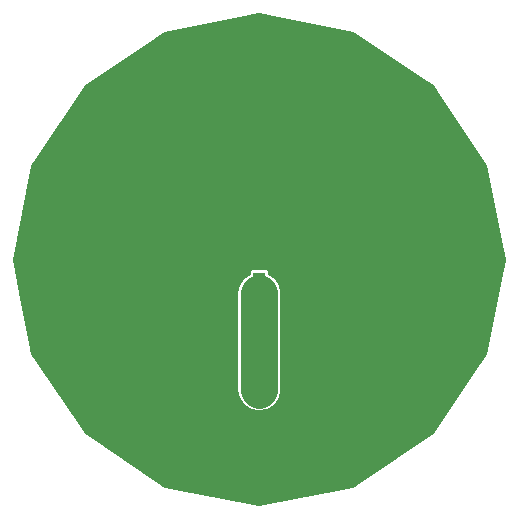
<source format=gtl>
G04 #@! TF.FileFunction,Copper,L1,Top,Signal*
%FSLAX46Y46*%
G04 Gerber Fmt 4.6, Leading zero omitted, Abs format (unit mm)*
G04 Created by KiCad (PCBNEW 4.0.7) date 07/17/18 21:03:51*
%MOMM*%
%LPD*%
G01*
G04 APERTURE LIST*
%ADD10C,0.100000*%
%ADD11C,2.600000*%
%ADD12R,1.050000X2.200000*%
%ADD13R,1.000000X1.000000*%
%ADD14C,0.600000*%
%ADD15C,0.250000*%
%ADD16C,3.110000*%
%ADD17C,0.200000*%
G04 APERTURE END LIST*
D10*
D11*
X100000000Y-111000000D03*
D12*
X101475000Y-100000000D03*
X98525000Y-100000000D03*
D13*
X100000000Y-101600000D03*
D14*
X107000000Y-94000000D03*
X105000000Y-94000000D03*
X103000000Y-94000000D03*
X101000000Y-94000000D03*
X99000000Y-94000000D03*
X97000000Y-94000000D03*
X95000000Y-94000000D03*
X93000000Y-94000000D03*
X107000000Y-96000000D03*
X105000000Y-96000000D03*
X103000000Y-96000000D03*
X101000000Y-96000000D03*
X99000000Y-96000000D03*
X97000000Y-96000000D03*
X95000000Y-96000000D03*
X93000000Y-96000000D03*
X107000000Y-116000000D03*
X105000000Y-116000000D03*
X103000000Y-116000000D03*
X101000000Y-116000000D03*
X99000000Y-116000000D03*
X97000000Y-116000000D03*
X95000000Y-116000000D03*
X93000000Y-116000000D03*
X107000000Y-114000000D03*
X105000000Y-114000000D03*
X103000000Y-114000000D03*
X101000000Y-114000000D03*
X99000000Y-114000000D03*
X97000000Y-114000000D03*
X95000000Y-114000000D03*
X93000000Y-114000000D03*
X107000000Y-112000000D03*
X105000000Y-112000000D03*
X103000000Y-112000000D03*
X97000000Y-112000000D03*
X95000000Y-112000000D03*
X93000000Y-112000000D03*
X107000000Y-110000000D03*
X105000000Y-110000000D03*
X103000000Y-110000000D03*
X97000000Y-110000000D03*
X95000000Y-110000000D03*
X93000000Y-110000000D03*
X107000000Y-108000000D03*
X105000000Y-108000000D03*
X103000000Y-108000000D03*
X97000000Y-108000000D03*
X95000000Y-108000000D03*
X93000000Y-108000000D03*
X107000000Y-106000000D03*
X105000000Y-106000000D03*
X103000000Y-106000000D03*
X93000000Y-106000000D03*
X95000000Y-106000000D03*
X97000000Y-106000000D03*
X107000000Y-104000000D03*
X105000000Y-104000000D03*
X103000000Y-104000000D03*
X93000000Y-104000000D03*
X95000000Y-104000000D03*
X97000000Y-104000000D03*
X93000000Y-102000000D03*
X95000000Y-102000000D03*
X97000000Y-102000000D03*
X93000000Y-100010000D03*
X93000000Y-98000000D03*
X95000000Y-98000000D03*
X97000000Y-98000000D03*
X99000000Y-98000000D03*
X101000000Y-98000000D03*
X107000000Y-98000000D03*
X105000000Y-98000000D03*
X103000000Y-98000000D03*
X103000000Y-102000000D03*
X105000000Y-102000000D03*
X107000000Y-102000000D03*
X107000000Y-100000000D03*
X105000000Y-100000000D03*
X95000000Y-100000000D03*
X97000000Y-100000000D03*
X103000000Y-100000000D03*
D15*
X100000000Y-101600000D02*
X100000000Y-102855001D01*
D16*
X100000000Y-111000000D02*
X100000000Y-109161523D01*
X100000000Y-109161523D02*
X100000000Y-102855001D01*
D15*
X100000000Y-111430000D02*
X100330000Y-111760000D01*
X105000000Y-112000000D02*
X105000000Y-116000000D01*
X103000000Y-112000000D02*
X103000000Y-116000000D01*
X95000000Y-112000000D02*
X95000000Y-116000000D01*
X97000000Y-112000000D02*
X97000000Y-116000000D01*
X107000000Y-112000000D02*
X107000000Y-116000000D01*
X107000000Y-96000000D02*
X107000000Y-98000000D01*
X105000000Y-96000000D02*
X105000000Y-98000000D01*
X103000000Y-96000000D02*
X103000000Y-98000000D01*
X101000000Y-98000000D02*
X101000000Y-96000000D01*
X99000000Y-96000000D02*
X99000000Y-98000000D01*
X97000000Y-98000000D02*
X97000000Y-96000000D01*
X95000000Y-96000000D02*
X95000000Y-98000000D01*
X95000000Y-94000000D02*
X95000000Y-96000000D01*
X97000000Y-96000000D02*
X97000000Y-94000000D01*
X99000000Y-94000000D02*
X99000000Y-96000000D01*
X101000000Y-96000000D02*
X101000000Y-94000000D01*
X103000000Y-94000000D02*
X103000000Y-96000000D01*
X105000000Y-96000000D02*
X105000000Y-94000000D01*
X107000000Y-94000000D02*
X107000000Y-96000000D01*
X105000000Y-93980000D02*
X106970000Y-93980000D01*
X106970000Y-93980000D02*
X107040000Y-94050000D01*
X102990000Y-93990000D02*
X103000000Y-93980000D01*
X103000000Y-93980000D02*
X105000000Y-93980000D01*
X101000000Y-94000000D02*
X102980000Y-94000000D01*
X102980000Y-94000000D02*
X102990000Y-93990000D01*
X99000000Y-94000000D02*
X101100000Y-94000000D01*
X97000000Y-94000000D02*
X98970000Y-94000000D01*
X98970000Y-94000000D02*
X99000000Y-93970000D01*
X95000000Y-94000000D02*
X97000000Y-94000000D01*
X97000000Y-94000000D02*
X97010000Y-94010000D01*
X93000000Y-94000000D02*
X95020000Y-94000000D01*
X95020000Y-94000000D02*
X95030000Y-94010000D01*
X93000000Y-96000000D02*
X93000000Y-93940000D01*
X104990000Y-95990000D02*
X107000000Y-95990000D01*
X107000000Y-95990000D02*
X107020000Y-95970000D01*
X103030000Y-95990000D02*
X104990000Y-95990000D01*
X101100000Y-95980000D02*
X103020000Y-95980000D01*
X103020000Y-95980000D02*
X103030000Y-95990000D01*
X98980000Y-95980000D02*
X101100000Y-95980000D01*
X97000000Y-96000000D02*
X98960000Y-96000000D01*
X98960000Y-96000000D02*
X98980000Y-95980000D01*
X95040000Y-95980000D02*
X95060000Y-96000000D01*
X95060000Y-96000000D02*
X97030000Y-96000000D01*
X93000000Y-96000000D02*
X95020000Y-96000000D01*
X95020000Y-96000000D02*
X95040000Y-95980000D01*
X93000000Y-96000000D02*
X93000000Y-98000000D01*
X93000000Y-98000000D02*
X93000000Y-96410000D01*
X97000000Y-98000000D02*
X97000000Y-100000000D01*
X95000000Y-100000000D02*
X95000000Y-98000000D01*
X93000000Y-98000000D02*
X93000000Y-100010000D01*
X104970000Y-116060000D02*
X107020000Y-116060000D01*
X102990000Y-116100000D02*
X104930000Y-116100000D01*
X104930000Y-116100000D02*
X104970000Y-116060000D01*
X101000000Y-116100000D02*
X102990000Y-116100000D01*
X99020000Y-116060000D02*
X100960000Y-116060000D01*
X100960000Y-116060000D02*
X101000000Y-116100000D01*
X97010000Y-116100000D02*
X97050000Y-116060000D01*
X97050000Y-116060000D02*
X99020000Y-116060000D01*
X94990000Y-116080000D02*
X96990000Y-116080000D01*
X96990000Y-116080000D02*
X97010000Y-116100000D01*
X92970000Y-116100000D02*
X92990000Y-116080000D01*
X92990000Y-116080000D02*
X94990000Y-116080000D01*
X93000000Y-114000000D02*
X93000000Y-116070000D01*
X93000000Y-116070000D02*
X92970000Y-116100000D01*
X105010000Y-113960000D02*
X105070000Y-113900000D01*
X105070000Y-113900000D02*
X106960000Y-113900000D01*
X102970000Y-113980000D02*
X104990000Y-113980000D01*
X104990000Y-113980000D02*
X105010000Y-113960000D01*
X100950000Y-113980000D02*
X102970000Y-113980000D01*
X98980000Y-114030000D02*
X100900000Y-114030000D01*
X100900000Y-114030000D02*
X100950000Y-113980000D01*
X96990000Y-114020000D02*
X97000000Y-114030000D01*
X97000000Y-114030000D02*
X98980000Y-114030000D01*
X94970000Y-114030000D02*
X96980000Y-114030000D01*
X96980000Y-114030000D02*
X96990000Y-114020000D01*
X92990000Y-114000000D02*
X93020000Y-114030000D01*
X93020000Y-114030000D02*
X94970000Y-114030000D01*
X93000000Y-112000000D02*
X93000000Y-113990000D01*
X93000000Y-113990000D02*
X92990000Y-114000000D01*
X107000000Y-110000000D02*
X107000000Y-111980000D01*
X107000000Y-111980000D02*
X106980000Y-112000000D01*
X105000000Y-110000000D02*
X105000000Y-112000000D01*
X103000000Y-110000000D02*
X103000000Y-111980000D01*
X103000000Y-111980000D02*
X102980000Y-112000000D01*
X97000000Y-110000000D02*
X97000000Y-112130000D01*
X97000000Y-112130000D02*
X96990000Y-112140000D01*
X95000000Y-110000000D02*
X95000000Y-112140000D01*
X95000000Y-112140000D02*
X94950000Y-112190000D01*
X93000000Y-110000000D02*
X93000000Y-112200000D01*
X93000000Y-112200000D02*
X93010000Y-112210000D01*
X107000000Y-108000000D02*
X107000000Y-109890000D01*
X107000000Y-109890000D02*
X106980000Y-109910000D01*
X105000000Y-108000000D02*
X105000000Y-109890000D01*
X103000000Y-108000000D02*
X103000000Y-109980000D01*
X103000000Y-109980000D02*
X102990000Y-109990000D01*
X97000000Y-108000000D02*
X97000000Y-110080000D01*
X97000000Y-110080000D02*
X97040000Y-110120000D01*
X95000000Y-108000000D02*
X95000000Y-110090000D01*
X95000000Y-110090000D02*
X95030000Y-110120000D01*
X93000000Y-108000000D02*
X93000000Y-110150000D01*
X107000000Y-106000000D02*
X107000000Y-107720000D01*
X107000000Y-107720000D02*
X107010000Y-107730000D01*
X105000000Y-106000000D02*
X105000000Y-107870000D01*
X105000000Y-107870000D02*
X104980000Y-107890000D01*
X103000000Y-106000000D02*
X103000000Y-107850000D01*
X97000000Y-106000000D02*
X97000000Y-107960000D01*
X95000000Y-106000000D02*
X95000000Y-107890000D01*
X95000000Y-107890000D02*
X94980000Y-107910000D01*
X93000000Y-106000000D02*
X93000000Y-107930000D01*
X93000000Y-107930000D02*
X92990000Y-107940000D01*
X107000000Y-104000000D02*
X107000000Y-105780000D01*
X107000000Y-105780000D02*
X106970000Y-105810000D01*
X105000000Y-104000000D02*
X105000000Y-105830000D01*
X105000000Y-105830000D02*
X105020000Y-105850000D01*
X103000000Y-104000000D02*
X103000000Y-105850000D01*
X103000000Y-105850000D02*
X103020000Y-105870000D01*
X93000000Y-104000000D02*
X93000000Y-106050000D01*
X93000000Y-106050000D02*
X92990000Y-106060000D01*
X95000000Y-104000000D02*
X95000000Y-105990000D01*
X95000000Y-105990000D02*
X94960000Y-106030000D01*
X97000000Y-104000000D02*
X97000000Y-106090000D01*
X97000000Y-106090000D02*
X96960000Y-106130000D01*
X107000000Y-102000000D02*
X107000000Y-103890000D01*
X107000000Y-103890000D02*
X107040000Y-103930000D01*
X105000000Y-102000000D02*
X105000000Y-103850000D01*
X105000000Y-103850000D02*
X104970000Y-103880000D01*
X103000000Y-102000000D02*
X103000000Y-103880000D01*
X93000000Y-102000000D02*
X93000000Y-104050000D01*
X93000000Y-104050000D02*
X93070000Y-104120000D01*
X95000000Y-102000000D02*
X95000000Y-104100000D01*
X95000000Y-104100000D02*
X94970000Y-104130000D01*
X97000000Y-102000000D02*
X97000000Y-104140000D01*
X97000000Y-104140000D02*
X96980000Y-104160000D01*
X93000000Y-100010000D02*
X93000000Y-102010000D01*
X93000000Y-102010000D02*
X93040000Y-102050000D01*
X95000000Y-100000000D02*
X95000000Y-102040000D01*
X97000000Y-100000000D02*
X97000000Y-102100000D01*
X97000000Y-102100000D02*
X96980000Y-102120000D01*
X95000000Y-100000000D02*
X92990000Y-100000000D01*
X92990000Y-100000000D02*
X92980000Y-100010000D01*
X93000000Y-98000000D02*
X107000000Y-98000000D01*
X94880000Y-97910000D02*
X92940000Y-97910000D01*
X92940000Y-97910000D02*
X92920000Y-97890000D01*
X97020000Y-97860000D02*
X96970000Y-97910000D01*
X96970000Y-97910000D02*
X94880000Y-97910000D01*
X99030000Y-97920000D02*
X97080000Y-97920000D01*
X97080000Y-97920000D02*
X97020000Y-97860000D01*
X101130000Y-97950000D02*
X101100000Y-97920000D01*
X101100000Y-97920000D02*
X99030000Y-97920000D01*
X103000000Y-98000000D02*
X101180000Y-98000000D01*
X101180000Y-98000000D02*
X101130000Y-97950000D01*
X107000000Y-100000000D02*
X107000000Y-98120000D01*
X107000000Y-98120000D02*
X107020000Y-98100000D01*
X105000000Y-100000000D02*
X105000000Y-98010000D01*
X105000000Y-98010000D02*
X105010000Y-98000000D01*
X103000000Y-100000000D02*
X103000000Y-98030000D01*
X103000000Y-100000000D02*
X103000000Y-101980000D01*
X105000000Y-100000000D02*
X105000000Y-101950000D01*
X105000000Y-101950000D02*
X105020000Y-101970000D01*
X107000000Y-100000000D02*
X107000000Y-101970000D01*
X105030000Y-100050000D02*
X106910000Y-100050000D01*
X106910000Y-100050000D02*
X106990000Y-99970000D01*
X103000000Y-100000000D02*
X104980000Y-100000000D01*
X104980000Y-100000000D02*
X105030000Y-100050000D01*
X97000000Y-100000000D02*
X95000000Y-100000000D01*
X95020000Y-100000000D02*
X94980000Y-100040000D01*
X98525000Y-100000000D02*
X97030000Y-100000000D01*
X97030000Y-100000000D02*
X97010000Y-99980000D01*
X101475000Y-100000000D02*
X102980000Y-100000000D01*
X102980000Y-100000000D02*
X103020000Y-99960000D01*
D17*
G36*
X107964868Y-80771108D02*
X114717157Y-85282843D01*
X119228892Y-92035132D01*
X120813203Y-100000000D01*
X119228892Y-107964868D01*
X114717157Y-114717157D01*
X107964868Y-119228892D01*
X100000000Y-120813203D01*
X92035132Y-119228892D01*
X85282843Y-114717157D01*
X80771108Y-107964868D01*
X79754693Y-102855001D01*
X98145000Y-102855001D01*
X98145000Y-111000000D01*
X98286203Y-111709878D01*
X98688317Y-112311683D01*
X99290122Y-112713797D01*
X100000000Y-112855000D01*
X100709878Y-112713797D01*
X101311683Y-112311683D01*
X101713797Y-111709878D01*
X101855000Y-111000000D01*
X101855000Y-102855001D01*
X101713797Y-102145123D01*
X101311683Y-101543318D01*
X100805877Y-101205349D01*
X100805877Y-101100000D01*
X100784958Y-100988827D01*
X100719255Y-100886721D01*
X100619003Y-100818222D01*
X100500000Y-100794123D01*
X99500000Y-100794123D01*
X99388827Y-100815042D01*
X99286721Y-100880745D01*
X99218222Y-100980997D01*
X99194123Y-101100000D01*
X99194123Y-101205349D01*
X98688317Y-101543318D01*
X98286203Y-102145123D01*
X98145000Y-102855001D01*
X79754693Y-102855001D01*
X79186797Y-100000000D01*
X80771108Y-92035132D01*
X85282843Y-85282843D01*
X92035132Y-80771108D01*
X100000000Y-79186797D01*
X107964868Y-80771108D01*
X107964868Y-80771108D01*
G37*
X107964868Y-80771108D02*
X114717157Y-85282843D01*
X119228892Y-92035132D01*
X120813203Y-100000000D01*
X119228892Y-107964868D01*
X114717157Y-114717157D01*
X107964868Y-119228892D01*
X100000000Y-120813203D01*
X92035132Y-119228892D01*
X85282843Y-114717157D01*
X80771108Y-107964868D01*
X79754693Y-102855001D01*
X98145000Y-102855001D01*
X98145000Y-111000000D01*
X98286203Y-111709878D01*
X98688317Y-112311683D01*
X99290122Y-112713797D01*
X100000000Y-112855000D01*
X100709878Y-112713797D01*
X101311683Y-112311683D01*
X101713797Y-111709878D01*
X101855000Y-111000000D01*
X101855000Y-102855001D01*
X101713797Y-102145123D01*
X101311683Y-101543318D01*
X100805877Y-101205349D01*
X100805877Y-101100000D01*
X100784958Y-100988827D01*
X100719255Y-100886721D01*
X100619003Y-100818222D01*
X100500000Y-100794123D01*
X99500000Y-100794123D01*
X99388827Y-100815042D01*
X99286721Y-100880745D01*
X99218222Y-100980997D01*
X99194123Y-101100000D01*
X99194123Y-101205349D01*
X98688317Y-101543318D01*
X98286203Y-102145123D01*
X98145000Y-102855001D01*
X79754693Y-102855001D01*
X79186797Y-100000000D01*
X80771108Y-92035132D01*
X85282843Y-85282843D01*
X92035132Y-80771108D01*
X100000000Y-79186797D01*
X107964868Y-80771108D01*
M02*

</source>
